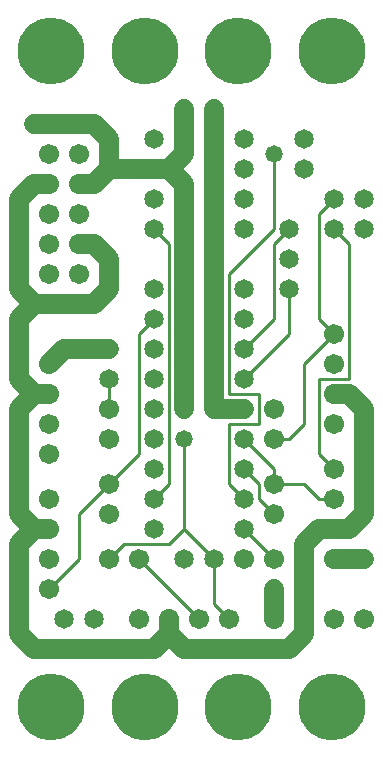
<source format=gtl>
%MOIN*%
%FSLAX25Y25*%
G04 D10 used for Character Trace; *
G04     Circle (OD=.01000) (No hole)*
G04 D11 used for Power Trace; *
G04     Circle (OD=.06500) (No hole)*
G04 D12 used for Signal Trace; *
G04     Circle (OD=.01100) (No hole)*
G04 D13 used for Via; *
G04     Circle (OD=.05800) (Round. Hole ID=.02800)*
G04 D14 used for Component hole; *
G04     Circle (OD=.06500) (Round. Hole ID=.03500)*
G04 D15 used for Component hole; *
G04     Circle (OD=.06700) (Round. Hole ID=.04300)*
G04 D16 used for Component hole; *
G04     Circle (OD=.08100) (Round. Hole ID=.05100)*
G04 D17 used for Component hole; *
G04     Circle (OD=.08900) (Round. Hole ID=.05900)*
G04 D18 used for Component hole; *
G04     Circle (OD=.11300) (Round. Hole ID=.08300)*
G04 D19 used for Component hole; *
G04     Circle (OD=.16000) (Round. Hole ID=.13000)*
G04 D20 used for Component hole; *
G04     Circle (OD=.18300) (Round. Hole ID=.15300)*
G04 D21 used for Component hole; *
G04     Circle (OD=.22291) (Round. Hole ID=.19291)*
%ADD10C,.01000*%
%ADD11C,.06500*%
%ADD12C,.01100*%
%ADD13C,.05800*%
%ADD14C,.06500*%
%ADD15C,.06700*%
%ADD16C,.08100*%
%ADD17C,.08900*%
%ADD18C,.11300*%
%ADD19C,.16000*%
%ADD20C,.18300*%
%ADD21C,.22291*%
%IPPOS*%
%LPD*%
G90*X0Y0D02*D21*X15625Y15625D03*D11*              
X10000Y35000D02*X50000D01*X55000Y40000D01*        
X60000Y35000D01*X95000D01*X100000Y40000D01*       
Y45000D01*D15*D03*D11*Y70000D01*X105000Y75000D01* 
X110000D01*D15*D03*D11*X115000D01*                
X120000Y80000D01*Y115000D01*X115000Y120000D01*    
X110000D01*D15*D03*D12*X105000Y125000D02*         
X115000D01*X105000Y100000D02*Y125000D01*          
X110000Y95000D02*X105000Y100000D01*D15*           
X110000Y95000D03*D12*X105000Y85000D02*X110000D01* 
D15*D03*D12*X105000D02*X100000Y90000D01*X90000D01*
D15*D03*D12*Y95000D01*X80000Y105000D01*D14*D03*   
D12*X75000Y110000D02*X85000D01*X75000Y90000D02*   
Y110000D01*X80000Y85000D02*X75000Y90000D01*D14*   
X80000Y85000D03*D12*X85000D02*Y90000D01*          
X90000Y80000D02*X85000Y85000D01*D15*              
X90000Y80000D03*D12*X85000Y90000D02*              
X80000Y95000D01*D14*D03*D15*X90000Y105000D03*D12* 
X95000D01*X100000Y110000D01*Y130000D01*           
X110000Y140000D01*D15*D03*D12*X105000Y145000D01*  
Y180000D01*X110000Y185000D01*D14*D03*             
X120000Y175000D03*X100000Y195000D03*              
X120000Y185000D03*X110000Y175000D03*D12*          
X115000Y170000D01*Y125000D01*D15*                 
X110000Y130000D03*Y110000D03*D12*X80000Y125000D02*
X95000Y140000D01*D14*X80000Y125000D03*D12*        
X85000Y110000D02*Y120000D01*D15*X90000Y115000D03* 
D14*X80000D03*D11*X70000D01*Y165000D01*D14*D03*   
D11*Y215000D01*D14*D03*X80000Y205000D03*          
X60000Y215000D03*D11*Y200000D01*X55000Y195000D01* 
X60000Y190000D01*Y165000D01*D14*D03*D11*          
Y115000D01*D13*D03*D14*X50000Y125000D03*          
Y105000D03*Y115000D03*D13*X60000Y105000D03*D12*   
Y75000D01*X70000Y65000D01*D14*D03*D12*Y50000D01*  
X75000Y45000D01*D15*D03*X65000D03*D12*            
X45000Y65000D01*D15*D03*D12*X35000D02*            
X40000Y70000D01*D15*X35000Y65000D03*D12*          
X40000Y70000D02*X55000D01*X60000Y75000D01*D14*    
X50000Y85000D03*D12*X55000Y90000D01*Y170000D01*   
X50000Y175000D01*D14*D03*Y185000D03*D11*          
X35000Y155000D02*Y165000D01*X30000Y150000D02*     
X35000Y155000D01*X10000Y150000D02*X30000D01*      
X5000Y145000D02*X10000Y150000D01*X5000Y125000D02* 
Y145000D01*X10000Y120000D02*X5000Y125000D01*      
Y115000D02*X10000Y120000D01*X5000Y80000D02*       
Y115000D01*X10000Y75000D02*X5000Y80000D01*        
Y70000D02*X10000Y75000D01*X5000Y40000D02*         
Y70000D01*X10000Y35000D02*X5000Y40000D01*D14*     
X20000Y45000D03*D15*X15000Y55000D03*D12*          
X25000Y65000D01*Y80000D01*X35000Y90000D01*D15*D03*
D12*X45000Y100000D01*Y140000D01*X50000Y145000D01* 
D14*D03*Y155000D03*Y135000D03*X35000D03*D11*      
X20000D01*X15000Y130000D01*D15*D03*D11*           
X10000Y120000D02*X15000D01*D15*D03*Y110000D03*    
X35000Y105000D03*Y115000D03*D12*Y125000D01*D14*   
D03*D11*X10000Y150000D02*X5000Y155000D01*         
Y185000D01*X10000Y190000D01*X15000D01*D15*D03*    
X25000Y180000D03*Y200000D03*Y190000D03*D11*       
X30000D01*X35000Y195000D01*X50000D01*D14*D03*D11* 
X55000D01*D14*X50000Y205000D03*D11*               
X35000Y195000D02*Y205000D01*X30000Y210000D01*     
X10000D01*D13*D03*D15*X15000Y200000D03*D21*       
X15625Y234375D03*D15*X15000Y180000D03*D21*        
X46875Y234375D03*D15*X15000Y170000D03*X25000D03*  
D11*X30000D01*X35000Y165000D01*D15*               
X25000Y160000D03*X15000D03*D12*X75000Y120000D02*  
Y160000D01*Y120000D02*X85000D01*D14*              
X80000Y135000D03*D12*X90000Y145000D01*Y170000D01* 
X95000Y175000D01*D14*D03*D12*X75000Y160000D02*    
X90000Y175000D01*D14*X80000Y155000D03*D12*        
X90000Y175000D02*Y200000D01*D13*D03*D14*          
X100000Y205000D03*X80000Y195000D03*Y185000D03*    
Y175000D03*D21*X109375Y234375D03*D14*             
X95000Y165000D03*D21*X78125Y234375D03*D14*        
X95000Y155000D03*D12*Y140000D01*D14*              
X80000Y145000D03*X50000Y95000D03*D15*             
X35000Y80000D03*D14*X50000Y75000D03*X80000D03*D12*
X90000Y65000D01*D15*D03*X80000D03*D13*            
X90000Y55000D03*D11*Y45000D01*D15*D03*            
X110000Y65000D03*D11*X120000D01*D13*D03*D15*      
X110000Y45000D03*X120000D03*D21*X78125Y15625D03*  
X109375D03*D14*X60000Y65000D03*D15*               
X55000Y45000D03*D11*Y40000D01*D15*X45000Y45000D03*
D21*X46875Y15625D03*D14*X30000Y45000D03*D15*      
X15000Y75000D03*D11*X10000D01*D15*X15000Y85000D03*
Y65000D03*Y100000D03*M02*                         

</source>
